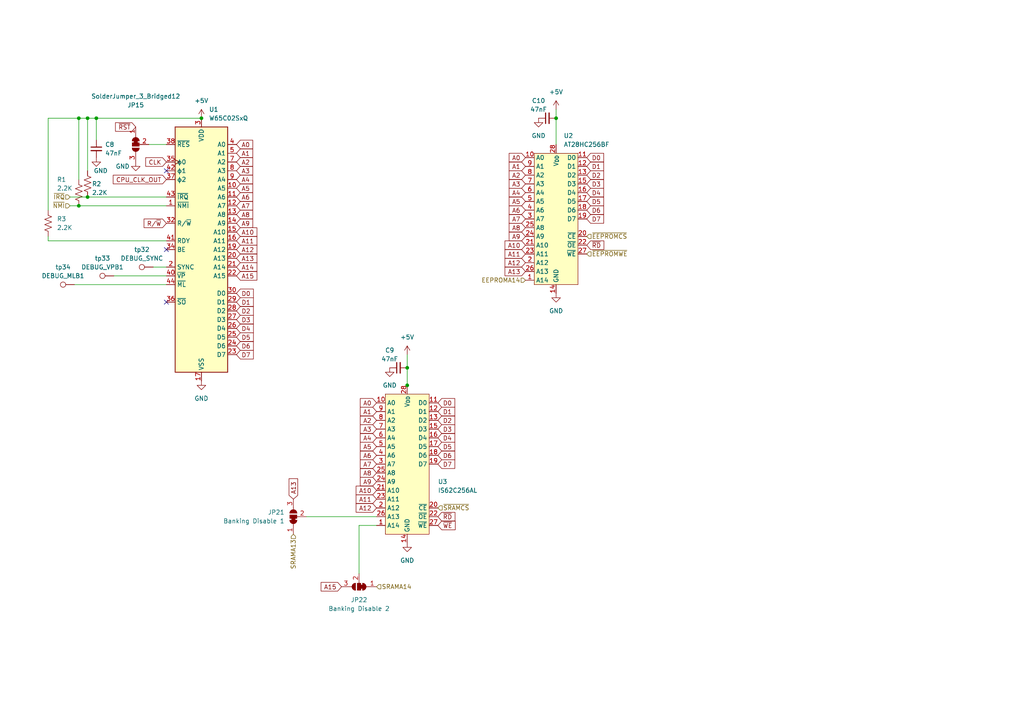
<source format=kicad_sch>
(kicad_sch (version 20230121) (generator eeschema)
  (paper "A4")
  (lib_symbols
    (symbol "Connector:TestPoint" (pin_numbers hide) (pin_names (offset 0.762) hide)
      (property "Reference" "TP" (at 0 6.858 0))
      (property "Value" "TestPoint" (at 0 5.08 0))
      (symbol "TestPoint_0_1"
        (circle (center 0 3.302) (radius 0.762))
      )
      (symbol "TestPoint_1_1"
        (pin passive line (at 0 0 90) (length 2.54) (name "1") (number "1"))
      )
    )
    (symbol "Device:C_Small" (pin_numbers hide) (pin_names (offset 0.254) hide)
      (property "Reference" "C" (at 0.254 1.778 0))
      (property "Value" "C_Small" (at 0.254 -2.032 0))
      (symbol "C_Small_0_1"
        (polyline (pts (xy -1.524 -0.508) (xy 1.524 -0.508)) (stroke (width 0.3302)))
        (polyline (pts (xy -1.524 0.508) (xy 1.524 0.508)) (stroke (width 0.3048)))
      )
      (symbol "C_Small_1_1"
        (pin passive line (at 0 2.54 270) (length 2.032) (name "~") (number "1"))
        (pin passive line (at 0 -2.54 90) (length 2.032) (name "~") (number "2"))
      )
    )
    (symbol "Device:R_US" (pin_numbers hide) (pin_names (offset 0))
      (property "Reference" "R" (at 2.54 0 90))
      (property "Value" "R_US" (at -2.54 0 90))
      (symbol "R_US_0_1"
        (polyline (pts (xy 0 -2.286) (xy 0 -2.54)))
        (polyline (pts (xy 0 2.286) (xy 0 2.54)))
        (polyline (pts (xy 0 -0.762) (xy 1.016 -1.143) (xy 0 -1.524) (xy -1.016 -1.905) (xy 0 -2.286)))
        (polyline (pts (xy 0 0.762) (xy 1.016 0.381) (xy 0 0) (xy -1.016 -0.381) (xy 0 -0.762)))
        (polyline (pts (xy 0 2.286) (xy 1.016 1.905) (xy 0 1.524) (xy -1.016 1.143) (xy 0 0.762)))
      )
      (symbol "R_US_1_1"
        (pin passive line (at 0 3.81 270) (length 1.27) (name "~") (number "1"))
        (pin passive line (at 0 -3.81 90) (length 1.27) (name "~") (number "2"))
      )
    )
    (symbol "Jumper:SolderJumper_3_Bridged12" (pin_names (offset 0) hide)
      (property "Reference" "JP" (at -2.54 -2.54 0))
      (property "Value" "SolderJumper_3_Bridged12" (at 0 2.794 0))
      (symbol "SolderJumper_3_Bridged12_0_1"
        (rectangle (start -1.016 0.508) (end -0.508 -0.508) (fill (type outline)))
        (arc (start -1.016 1.016) (mid -2.0276 0) (end -1.016 -1.016))
        (arc (start -1.016 1.016) (mid -2.0276 0) (end -1.016 -1.016) (fill (type outline)))
        (rectangle (start -0.508 1.016) (end 0.508 -1.016) (fill (type outline)))
        (polyline (pts (xy -2.54 0) (xy -2.032 0)))
        (polyline (pts (xy -1.016 1.016) (xy -1.016 -1.016)))
        (polyline (pts (xy 0 -1.27) (xy 0 -1.016)))
        (polyline (pts (xy 1.016 1.016) (xy 1.016 -1.016)))
        (polyline (pts (xy 2.54 0) (xy 2.032 0)))
        (arc (start 1.016 -1.016) (mid 2.0276 0) (end 1.016 1.016))
        (arc (start 1.016 -1.016) (mid 2.0276 0) (end 1.016 1.016) (fill (type outline)))
      )
      (symbol "SolderJumper_3_Bridged12_1_1"
        (pin passive line (at -5.08 0 0) (length 2.54) (name "A") (number "1"))
        (pin passive line (at 0 -3.81 90) (length 2.54) (name "C") (number "2"))
        (pin passive line (at 5.08 0 180) (length 2.54) (name "B") (number "3"))
      )
    )
    (symbol "New_Library:AT28HC256BF"
      (property "Reference" "U" (at 7.62 22.225 0))
      (property "Value" "AT28HC256BF" (at 8.255 19.05 0))
      (symbol "AT28HC256BF_1_1"
        (rectangle (start -6.35 16.51) (end 6.35 -21.59) (fill (type background)))
        (pin input line (at -8.89 -20.32 0) (length 2.54) (name "A14") (number "1"))
        (pin input line (at -8.89 15.24 0) (length 2.54) (name "A0") (number "10"))
        (pin bidirectional line (at 8.89 15.24 180) (length 2.54) (name "D0") (number "11"))
        (pin bidirectional line (at 8.89 12.7 180) (length 2.54) (name "D1") (number "12"))
        (pin bidirectional line (at 8.89 10.16 180) (length 2.54) (name "D2") (number "13"))
        (pin power_in line (at 0 -24.13 90) (length 2.54) (name "GND") (number "14"))
        (pin bidirectional line (at 8.89 7.62 180) (length 2.54) (name "D3") (number "15"))
        (pin bidirectional line (at 8.89 5.08 180) (length 2.54) (name "D4") (number "16"))
        (pin bidirectional line (at 8.89 2.54 180) (length 2.54) (name "D5") (number "17"))
        (pin bidirectional line (at 8.89 0 180) (length 2.54) (name "D6") (number "18"))
        (pin bidirectional line (at 8.89 -2.54 180) (length 2.54) (name "D7") (number "19"))
        (pin input line (at -8.89 -15.24 0) (length 2.54) (name "A12") (number "2"))
        (pin input line (at 8.89 -7.62 180) (length 2.54) (name "~{CE}") (number "20"))
        (pin input line (at -8.89 -10.16 0) (length 2.54) (name "A10") (number "21"))
        (pin input line (at 8.89 -10.16 180) (length 2.54) (name "~{OE}") (number "22"))
        (pin input line (at -8.89 -12.7 0) (length 2.54) (name "A11") (number "23"))
        (pin input line (at -8.89 -7.62 0) (length 2.54) (name "A9") (number "24"))
        (pin input line (at -8.89 -5.08 0) (length 2.54) (name "A8") (number "25"))
        (pin input line (at -8.89 -17.78 0) (length 2.54) (name "A13") (number "26"))
        (pin input line (at 8.89 -12.7 180) (length 2.54) (name "~{WE}") (number "27"))
        (pin power_in line (at 0 19.05 270) (length 2.54) (name "V_{DD}") (number "28"))
        (pin input line (at -8.89 -2.54 0) (length 2.54) (name "A7") (number "3"))
        (pin input line (at -8.89 0 0) (length 2.54) (name "A6") (number "4"))
        (pin input line (at -8.89 2.54 0) (length 2.54) (name "A5") (number "5"))
        (pin input line (at -8.89 5.08 0) (length 2.54) (name "A4") (number "6"))
        (pin input line (at -8.89 7.62 0) (length 2.54) (name "A3") (number "7"))
        (pin input line (at -8.89 10.16 0) (length 2.54) (name "A2") (number "8"))
        (pin input line (at -8.89 12.7 0) (length 2.54) (name "A1") (number "9"))
      )
    )
    (symbol "New_Library:IS65C256AL"
      (property "Reference" "U" (at 0 34.925 0))
      (property "Value" "IS62C256AL" (at 0 33.02 0))
      (symbol "IS65C256AL_1_1"
        (rectangle (start -6.35 20.32) (end 6.35 -20.32) (fill (type background)))
        (pin input line (at -8.89 -17.78 0) (length 2.54) (name "A14") (number "1"))
        (pin input line (at -8.89 17.78 0) (length 2.54) (name "A0") (number "10"))
        (pin bidirectional line (at 8.89 17.78 180) (length 2.54) (name "D0") (number "11"))
        (pin bidirectional line (at 8.89 15.24 180) (length 2.54) (name "D1") (number "12"))
        (pin bidirectional line (at 8.89 12.7 180) (length 2.54) (name "D2") (number "13"))
        (pin power_in line (at 0 -22.86 90) (length 2.54) (name "GND") (number "14"))
        (pin bidirectional line (at 8.89 10.16 180) (length 2.54) (name "D3") (number "15"))
        (pin bidirectional line (at 8.89 7.62 180) (length 2.54) (name "D4") (number "16"))
        (pin bidirectional line (at 8.89 5.08 180) (length 2.54) (name "D5") (number "17"))
        (pin bidirectional line (at 8.89 2.54 180) (length 2.54) (name "D6") (number "18"))
        (pin bidirectional line (at 8.89 0 180) (length 2.54) (name "D7") (number "19"))
        (pin input line (at -8.89 -12.7 0) (length 2.54) (name "A12") (number "2"))
        (pin input line (at 8.89 -12.7 180) (length 2.54) (name "~{CE}") (number "20"))
        (pin input line (at -8.89 -7.62 0) (length 2.54) (name "A10") (number "21"))
        (pin input line (at 8.89 -15.24 180) (length 2.54) (name "~{OE}") (number "22"))
        (pin input line (at -8.89 -10.16 0) (length 2.54) (name "A11") (number "23"))
        (pin input line (at -8.89 -5.08 0) (length 2.54) (name "A9") (number "24"))
        (pin input line (at -8.89 -2.54 0) (length 2.54) (name "A8") (number "25"))
        (pin input line (at -8.89 -15.24 0) (length 2.54) (name "A13") (number "26"))
        (pin input line (at 8.89 -17.78 180) (length 2.54) (name "~{WE}") (number "27"))
        (pin power_in line (at 0 22.86 270) (length 2.54) (name "V_{DD}") (number "28"))
        (pin input line (at -8.89 0 0) (length 2.54) (name "A7") (number "3"))
        (pin input line (at -8.89 2.54 0) (length 2.54) (name "A6") (number "4"))
        (pin input line (at -8.89 5.08 0) (length 2.54) (name "A5") (number "5"))
        (pin input line (at -8.89 7.62 0) (length 2.54) (name "A4") (number "6"))
        (pin input line (at -8.89 10.16 0) (length 2.54) (name "A3") (number "7"))
        (pin input line (at -8.89 12.7 0) (length 2.54) (name "A2") (number "8"))
        (pin input line (at -8.89 15.24 0) (length 2.54) (name "A1") (number "9"))
      )
    )
    (symbol "PCM_65xx-library:W65C02SxQ"
      (property "Reference" "U" (at 2.54 40.64 0))
      (property "Value" "W65C02SxQ" (at 2.54 38.1 0))
      (symbol "W65C02SxQ_0_1"
        (rectangle (start -7.62 35.56) (end 7.62 -35.56) (stroke (width 0.254)) (fill (type background)))
      )
      (symbol "W65C02SxQ_1_1"
        (pin input line (at -10.16 12.7 0) (length 2.54) (name "~{NMI}") (number "1"))
        (pin tri_state line (at 10.16 17.78 180) (length 2.54) (name "A5") (number "10"))
        (pin tri_state line (at 10.16 15.24 180) (length 2.54) (name "A6") (number "11"))
        (pin tri_state line (at 10.16 12.7 180) (length 2.54) (name "A7") (number "12"))
        (pin tri_state line (at 10.16 10.16 180) (length 2.54) (name "A8") (number "13"))
        (pin tri_state line (at 10.16 7.62 180) (length 2.54) (name "A9") (number "14"))
        (pin tri_state line (at 10.16 5.08 180) (length 2.54) (name "A10") (number "15"))
        (pin tri_state line (at 10.16 2.54 180) (length 2.54) (name "A11") (number "16"))
        (pin power_in line (at 0 -38.1 90) (length 2.54) (name "VSS") (number "17"))
        (pin passive line (at 0 -38.1 90) (length 2.54) hide (name "VSS") (number "18"))
        (pin tri_state line (at 10.16 0 180) (length 2.54) (name "A12") (number "19"))
        (pin output line (at -10.16 -5.08 0) (length 2.54) (name "SYNC") (number "2"))
        (pin tri_state line (at 10.16 -2.54 180) (length 2.54) (name "A13") (number "20"))
        (pin tri_state line (at 10.16 -5.08 180) (length 2.54) (name "A14") (number "21"))
        (pin tri_state line (at 10.16 -7.62 180) (length 2.54) (name "A15") (number "22"))
        (pin bidirectional line (at 10.16 -30.48 180) (length 2.54) (name "D7") (number "23"))
        (pin bidirectional line (at 10.16 -27.94 180) (length 2.54) (name "D6") (number "24"))
        (pin bidirectional line (at 10.16 -25.4 180) (length 2.54) (name "D5") (number "25"))
        (pin bidirectional line (at 10.16 -22.86 180) (length 2.54) (name "D4") (number "26"))
        (pin bidirectional line (at 10.16 -20.32 180) (length 2.54) (name "D3") (number "27"))
        (pin bidirectional line (at 10.16 -17.78 180) (length 2.54) (name "D2") (number "28"))
        (pin bidirectional line (at 10.16 -15.24 180) (length 2.54) (name "D1") (number "29"))
        (pin power_in line (at 0 38.1 270) (length 2.54) (name "VDD") (number "3"))
        (pin bidirectional line (at 10.16 -12.7 180) (length 2.54) (name "D0") (number "30"))
        (pin passive line (at 0 38.1 270) (length 2.54) hide (name "VDD") (number "31"))
        (pin tri_state line (at -10.16 7.62 0) (length 2.54) (name "R/~{W}") (number "32"))
        (pin no_connect non_logic (at -7.62 -27.94 0) (length 2.54) hide (name "nc") (number "33"))
        (pin input line (at -10.16 0 0) (length 2.54) (name "BE") (number "34"))
        (pin input clock (at -10.16 25.4 0) (length 2.54) (name "ϕ0") (number "35"))
        (pin input line (at -10.16 -15.24 0) (length 2.54) (name "~{SO}") (number "36"))
        (pin output line (at -10.16 20.32 0) (length 2.54) (name "ϕ2") (number "37"))
        (pin input line (at -10.16 30.48 0) (length 2.54) (name "~{RES}") (number "38"))
        (pin passive line (at 0 -38.1 90) (length 2.54) hide (name "VSS") (number "39"))
        (pin tri_state line (at 10.16 30.48 180) (length 2.54) (name "A0") (number "4"))
        (pin output line (at -10.16 -7.62 0) (length 2.54) (name "~{VP}") (number "40"))
        (pin open_collector line (at -10.16 2.54 0) (length 2.54) (name "RDY") (number "41"))
        (pin output line (at -10.16 22.86 0) (length 2.54) (name "ϕ1") (number "42"))
        (pin input line (at -10.16 15.24 0) (length 2.54) (name "~{IRQ}") (number "43"))
        (pin output line (at -10.16 -10.16 0) (length 2.54) (name "~{ML}") (number "44"))
        (pin tri_state line (at 10.16 27.94 180) (length 2.54) (name "A1") (number "5"))
        (pin no_connect non_logic (at -7.62 -25.4 0) (length 2.54) hide (name "nc") (number "6"))
        (pin tri_state line (at 10.16 25.4 180) (length 2.54) (name "A2") (number "7"))
        (pin tri_state line (at 10.16 22.86 180) (length 2.54) (name "A3") (number "8"))
        (pin tri_state line (at 10.16 20.32 180) (length 2.54) (name "A4") (number "9"))
      )
    )
    (symbol "power:+5V" (power) (pin_names (offset 0))
      (property "Value" "+5V" (at 0 3.556 0))
      (symbol "+5V_0_1"
        (polyline (pts (xy -0.762 1.27) (xy 0 2.54)))
        (polyline (pts (xy 0 0) (xy 0 2.54)))
        (polyline (pts (xy 0 2.54) (xy 0.762 1.27)))
      )
      (symbol "+5V_1_1"
        (pin power_in line (at 0 0 90) (length 0) hide (name "+5V") (number "1"))
      )
    )
    (symbol "power:GND" (power) (pin_names (offset 0))
      (property "Value" "GND" (at 0 -3.81 0))
      (symbol "GND_0_1"
        (polyline (pts (xy 0 0) (xy 0 -1.27) (xy 1.27 -1.27) (xy 0 -2.54) (xy -1.27 -1.27) (xy 0 -1.27)))
      )
      (symbol "GND_1_1"
        (pin power_in line (at 0 0 270) (length 0) hide (name "GND") (number "1"))
      )
    )
  )
  (junction (at 22.86 34.29))
  (junction (at 22.86 59.69))
  (junction (at 58.42 34.29))
  (junction (at 27.94 34.29))
  (junction (at 25.4 57.15))
  (junction (at 118.11 111.76))
  (junction (at 118.11 106.68))
  (junction (at 25.4 34.29))
  (junction (at 161.29 34.29))
  (no_connect (at 48.26 49.53))
  (no_connect (at 48.26 72.39))
  (no_connect (at 48.26 87.63))
  (wire (pts (xy 20.32 57.15) (xy 25.4 57.15)))
  (wire (pts (xy 44.45 77.47) (xy 48.26 77.47)))
  (wire (pts (xy 13.97 34.29) (xy 22.86 34.29)))
  (wire (pts (xy 21.59 82.55) (xy 48.26 82.55)))
  (wire (pts (xy 22.86 52.07) (xy 22.86 34.29)))
  (wire (pts (xy 118.11 102.87) (xy 118.11 106.68)))
  (wire (pts (xy 104.14 152.4) (xy 109.22 152.4)))
  (wire (pts (xy 161.29 34.29) (xy 161.29 41.91)))
  (wire (pts (xy 118.11 106.68) (xy 118.11 111.76)))
  (wire (pts (xy 161.29 31.75) (xy 161.29 34.29)))
  (wire (pts (xy 22.86 34.29) (xy 25.4 34.29)))
  (wire (pts (xy 22.86 59.69) (xy 48.26 59.69)))
  (wire (pts (xy 25.4 34.29) (xy 27.94 34.29)))
  (wire (pts (xy 25.4 57.15) (xy 48.26 57.15)))
  (wire (pts (xy 104.14 166.37) (xy 104.14 152.4)))
  (wire (pts (xy 13.97 69.85) (xy 13.97 68.58)))
  (wire (pts (xy 27.94 40.64) (xy 27.94 34.29)))
  (wire (pts (xy 13.97 60.96) (xy 13.97 34.29)))
  (wire (pts (xy 118.11 111.76) (xy 118.11 113.03)))
  (wire (pts (xy 25.4 34.29) (xy 25.4 49.53)))
  (wire (pts (xy 48.26 69.85) (xy 13.97 69.85)))
  (wire (pts (xy 20.32 59.69) (xy 22.86 59.69)))
  (wire (pts (xy 27.94 34.29) (xy 58.42 34.29)))
  (wire (pts (xy 88.9 149.86) (xy 109.22 149.86)))
  (wire (pts (xy 43.18 41.91) (xy 48.26 41.91)))
  (wire (pts (xy 33.02 80.01) (xy 48.26 80.01)))
  (global_label "A1" (shape input) (at 152.4 48.26 180) (property "Intersheetrefs" "${INTERSHEET_REFS}" (effects hide)))
  (global_label "~{RD}" (shape input) (at 170.18 71.12 0) (property "Intersheetrefs" "${INTERSHEET_REFS}" (effects hide)))
  (global_label "D6" (shape input) (at 127 132.08 0) (property "Intersheetrefs" "${INTERSHEET_REFS}" (effects hide)))
  (global_label "D6" (shape input) (at 170.18 60.96 0) (property "Intersheetrefs" "${INTERSHEET_REFS}" (effects hide)))
  (global_label "A6" (shape input) (at 152.4 60.96 180) (property "Intersheetrefs" "${INTERSHEET_REFS}" (effects hide)))
  (global_label "A6" (shape input) (at 68.58 57.15 0) (property "Intersheetrefs" "${INTERSHEET_REFS}" (effects hide)))
  (global_label "A13" (shape input) (at 85.09 144.78 90) (property "Intersheetrefs" "${INTERSHEET_REFS}" (effects hide)))
  (global_label "D4" (shape input) (at 170.18 55.88 0) (property "Intersheetrefs" "${INTERSHEET_REFS}" (effects hide)))
  (global_label "D5" (shape input) (at 127 129.54 0) (property "Intersheetrefs" "${INTERSHEET_REFS}" (effects hide)))
  (global_label "D5" (shape input) (at 68.58 97.79 0) (property "Intersheetrefs" "${INTERSHEET_REFS}" (effects hide)))
  (global_label "A3" (shape input) (at 68.58 49.53 0) (property "Intersheetrefs" "${INTERSHEET_REFS}" (effects hide)))
  (global_label "D2" (shape input) (at 170.18 50.8 0) (property "Intersheetrefs" "${INTERSHEET_REFS}" (effects hide)))
  (global_label "A8" (shape input) (at 109.22 137.16 180) (property "Intersheetrefs" "${INTERSHEET_REFS}" (effects hide)))
  (global_label "D6" (shape input) (at 68.58 100.33 0) (property "Intersheetrefs" "${INTERSHEET_REFS}" (effects hide)))
  (global_label "A4" (shape input) (at 109.22 127 180) (property "Intersheetrefs" "${INTERSHEET_REFS}" (effects hide)))
  (global_label "A8" (shape input) (at 152.4 66.04 180) (property "Intersheetrefs" "${INTERSHEET_REFS}" (effects hide)))
  (global_label "A10" (shape input) (at 68.58 67.31 0) (property "Intersheetrefs" "${INTERSHEET_REFS}" (effects hide)))
  (global_label "D7" (shape input) (at 170.18 63.5 0) (property "Intersheetrefs" "${INTERSHEET_REFS}" (effects hide)))
  (global_label "~{RD}" (shape input) (at 127 149.86 0) (property "Intersheetrefs" "${INTERSHEET_REFS}" (effects hide)))
  (global_label "A12" (shape input) (at 68.58 72.39 0) (property "Intersheetrefs" "${INTERSHEET_REFS}" (effects hide)))
  (global_label "A13" (shape input) (at 68.58 74.93 0) (property "Intersheetrefs" "${INTERSHEET_REFS}" (effects hide)))
  (global_label "A10" (shape input) (at 152.4 71.12 180) (property "Intersheetrefs" "${INTERSHEET_REFS}" (effects hide)))
  (global_label "D4" (shape input) (at 127 127 0) (property "Intersheetrefs" "${INTERSHEET_REFS}" (effects hide)))
  (global_label "R{slash}~{W}" (shape input) (at 48.26 64.77 180) (property "Intersheetrefs" "${INTERSHEET_REFS}" (effects hide)))
  (global_label "A5" (shape input) (at 152.4 58.42 180) (property "Intersheetrefs" "${INTERSHEET_REFS}" (effects hide)))
  (global_label "A15" (shape input) (at 99.06 170.18 180) (property "Intersheetrefs" "${INTERSHEET_REFS}" (effects hide)))
  (global_label "A14" (shape input) (at 68.58 77.47 0) (property "Intersheetrefs" "${INTERSHEET_REFS}" (effects hide)))
  (global_label "CLK" (shape input) (at 48.26 46.99 180) (property "Intersheetrefs" "${INTERSHEET_REFS}" (effects hide)))
  (global_label "A9" (shape input) (at 152.4 68.58 180) (property "Intersheetrefs" "${INTERSHEET_REFS}" (effects hide)))
  (global_label "A0" (shape input) (at 152.4 45.72 180) (property "Intersheetrefs" "${INTERSHEET_REFS}" (effects hide)))
  (global_label "A5" (shape input) (at 109.22 129.54 180) (property "Intersheetrefs" "${INTERSHEET_REFS}" (effects hide)))
  (global_label "A12" (shape input) (at 109.22 147.32 180) (property "Intersheetrefs" "${INTERSHEET_REFS}" (effects hide)))
  (global_label "D2" (shape input) (at 127 121.92 0) (property "Intersheetrefs" "${INTERSHEET_REFS}" (effects hide)))
  (global_label "D0" (shape input) (at 127 116.84 0) (property "Intersheetrefs" "${INTERSHEET_REFS}" (effects hide)))
  (global_label "D7" (shape input) (at 68.58 102.87 0) (property "Intersheetrefs" "${INTERSHEET_REFS}" (effects hide)))
  (global_label "D1" (shape input) (at 170.18 48.26 0) (property "Intersheetrefs" "${INTERSHEET_REFS}" (effects hide)))
  (global_label "D4" (shape input) (at 68.58 95.25 0) (property "Intersheetrefs" "${INTERSHEET_REFS}" (effects hide)))
  (global_label "A5" (shape input) (at 68.58 54.61 0) (property "Intersheetrefs" "${INTERSHEET_REFS}" (effects hide)))
  (global_label "A9" (shape input) (at 109.22 139.7 180) (property "Intersheetrefs" "${INTERSHEET_REFS}" (effects hide)))
  (global_label "A0" (shape input) (at 68.58 41.91 0) (property "Intersheetrefs" "${INTERSHEET_REFS}" (effects hide)))
  (global_label "CPU_CLK_OUT" (shape input) (at 48.26 52.07 180) (property "Intersheetrefs" "${INTERSHEET_REFS}" (effects hide)))
  (global_label "A4" (shape input) (at 152.4 55.88 180) (property "Intersheetrefs" "${INTERSHEET_REFS}" (effects hide)))
  (global_label "A13" (shape input) (at 152.4 78.74 180) (property "Intersheetrefs" "${INTERSHEET_REFS}" (effects hide)))
  (global_label "D5" (shape input) (at 170.18 58.42 0) (property "Intersheetrefs" "${INTERSHEET_REFS}" (effects hide)))
  (global_label "A15" (shape input) (at 68.58 80.01 0) (property "Intersheetrefs" "${INTERSHEET_REFS}" (effects hide)))
  (global_label "A1" (shape input) (at 68.58 44.45 0) (property "Intersheetrefs" "${INTERSHEET_REFS}" (effects hide)))
  (global_label "D2" (shape input) (at 68.58 90.17 0) (property "Intersheetrefs" "${INTERSHEET_REFS}" (effects hide)))
  (global_label "D1" (shape input) (at 68.58 87.63 0) (property "Intersheetrefs" "${INTERSHEET_REFS}" (effects hide)))
  (global_label "A10" (shape input) (at 109.22 142.24 180) (property "Intersheetrefs" "${INTERSHEET_REFS}" (effects hide)))
  (global_label "A2" (shape input) (at 152.4 50.8 180) (property "Intersheetrefs" "${INTERSHEET_REFS}" (effects hide)))
  (global_label "A7" (shape input) (at 109.22 134.62 180) (property "Intersheetrefs" "${INTERSHEET_REFS}" (effects hide)))
  (global_label "A7" (shape input) (at 68.58 59.69 0) (property "Intersheetrefs" "${INTERSHEET_REFS}" (effects hide)))
  (global_label "D3" (shape input) (at 127 124.46 0) (property "Intersheetrefs" "${INTERSHEET_REFS}" (effects hide)))
  (global_label "D3" (shape input) (at 68.58 92.71 0) (property "Intersheetrefs" "${INTERSHEET_REFS}" (effects hide)))
  (global_label "A7" (shape input) (at 152.4 63.5 180) (property "Intersheetrefs" "${INTERSHEET_REFS}" (effects hide)))
  (global_label "A1" (shape input) (at 109.22 119.38 180) (property "Intersheetrefs" "${INTERSHEET_REFS}" (effects hide)))
  (global_label "A11" (shape input) (at 152.4 73.66 180) (property "Intersheetrefs" "${INTERSHEET_REFS}" (effects hide)))
  (global_label "A12" (shape input) (at 152.4 76.2 180) (property "Intersheetrefs" "${INTERSHEET_REFS}" (effects hide)))
  (global_label "D0" (shape input) (at 68.58 85.09 0) (property "Intersheetrefs" "${INTERSHEET_REFS}" (effects hide)))
  (global_label "A11" (shape input) (at 109.22 144.78 180) (property "Intersheetrefs" "${INTERSHEET_REFS}" (effects hide)))
  (global_label "A4" (shape input) (at 68.58 52.07 0) (property "Intersheetrefs" "${INTERSHEET_REFS}" (effects hide)))
  (global_label "A3" (shape input) (at 109.22 124.46 180) (property "Intersheetrefs" "${INTERSHEET_REFS}" (effects hide)))
  (global_label "A9" (shape input) (at 68.58 64.77 0) (property "Intersheetrefs" "${INTERSHEET_REFS}" (effects hide)))
  (global_label "A3" (shape input) (at 152.4 53.34 180) (property "Intersheetrefs" "${INTERSHEET_REFS}" (effects hide)))
  (global_label "A11" (shape input) (at 68.58 69.85 0) (property "Intersheetrefs" "${INTERSHEET_REFS}" (effects hide)))
  (global_label "~{RST}" (shape input) (at 39.37 36.83 180) (property "Intersheetrefs" "${INTERSHEET_REFS}" (effects hide)))
  (global_label "D1" (shape input) (at 127 119.38 0) (property "Intersheetrefs" "${INTERSHEET_REFS}" (effects hide)))
  (global_label "~{WE}" (shape input) (at 127 152.4 0) (property "Intersheetrefs" "${INTERSHEET_REFS}" (effects hide)))
  (global_label "A2" (shape input) (at 109.22 121.92 180) (property "Intersheetrefs" "${INTERSHEET_REFS}" (effects hide)))
  (global_label "D3" (shape input) (at 170.18 53.34 0) (property "Intersheetrefs" "${INTERSHEET_REFS}" (effects hide)))
  (global_label "A6" (shape input) (at 109.22 132.08 180) (property "Intersheetrefs" "${INTERSHEET_REFS}" (effects hide)))
  (global_label "A8" (shape input) (at 68.58 62.23 0) (property "Intersheetrefs" "${INTERSHEET_REFS}" (effects hide)))
  (global_label "A2" (shape input) (at 68.58 46.99 0) (property "Intersheetrefs" "${INTERSHEET_REFS}" (effects hide)))
  (global_label "A0" (shape input) (at 109.22 116.84 180) (property "Intersheetrefs" "${INTERSHEET_REFS}" (effects hide)))
  (global_label "D7" (shape input) (at 127 134.62 0) (property "Intersheetrefs" "${INTERSHEET_REFS}" (effects hide)))
  (global_label "D0" (shape input) (at 170.18 45.72 0) (property "Intersheetrefs" "${INTERSHEET_REFS}" (effects hide)))
  (hierarchical_label "~{SRAMCS}" (shape input) (at 127 147.32 0))
  (hierarchical_label "~{IRQ}" (shape input) (at 20.32 57.15 180))
  (hierarchical_label "EEPROMA14" (shape input) (at 152.4 81.28 180))
  (hierarchical_label "SRAMA14" (shape input) (at 109.22 170.18 0))
  (hierarchical_label "~{NMI}" (shape input) (at 20.32 59.69 180))
  (hierarchical_label "~{EEPROMCS}" (shape input) (at 170.18 68.58 0))
  (hierarchical_label "~{EEPROMWE}" (shape input) (at 170.18 73.66 0))
  (hierarchical_label "SRAMA13" (shape input) (at 85.09 154.94 270))
  (symbol (lib_id "Device:R_US") (at 25.4 53.34 0) (unit 1)
    (property "Reference" "R2" (at 26.67 53.34 0) (effects (justify left)))
    (property "Value" "2.2K" (at 26.67 55.88 0) (effects (justify left)))
    (property "Footprint" "Resistor_SMD:R_0603_1608Metric_Pad0.98x0.95mm_HandSolder" (effects hide))
  )
  (symbol (lib_id "power:+5V") (at 118.11 102.87 0) (unit 1)
    (property "Reference" "#PWR03" (effects hide))
    (property "Value" "+5V" (at 118.11 97.79 0))
  )
  (symbol (lib_id "power:GND") (at 39.37 46.99 0) (unit 1)
    (property "Reference" "#PWR0201" (effects hide))
    (property "Value" "GND" (at 35.56 48.26 0))
  )
  (symbol (lib_id "Device:C_Small") (at 115.57 106.68 90) (unit 1)
    (property "Reference" "C9" (at 113.03 101.6 90))
    (property "Value" "47nF" (at 113.03 104.14 90))
    (property "Footprint" "Capacitor_SMD:C_0603_1608Metric_Pad1.08x0.95mm_HandSolder" (effects hide))
  )
  (symbol (lib_id "Device:R_US") (at 22.86 55.88 0) (unit 1)
    (property "Reference" "R1" (at 16.51 52.07 0) (effects (justify left)))
    (property "Value" "2.2K" (at 16.51 54.61 0) (effects (justify left)))
    (property "Footprint" "Resistor_SMD:R_0603_1608Metric_Pad0.98x0.95mm_HandSolder" (effects hide))
  )
  (symbol (lib_id "power:+5V") (at 161.29 31.75 0) (unit 1)
    (property "Reference" "#PWR06" (effects hide))
    (property "Value" "+5V" (at 161.29 26.67 0))
  )
  (symbol (lib_id "New_Library:AT28HC256BF") (at 161.29 60.96 0) (unit 1)
    (property "Reference" "U2" (at 163.4841 39.37 0) (effects (justify left)))
    (property "Value" "AT28HC256BF" (at 163.4841 41.91 0) (effects (justify left)))
    (property "Footprint" "Package_SO:SOIC-28W_7.5x17.9mm_P1.27mm" (effects hide))
    (property "Datasheet" "https://www.mouser.com/datasheet/2/268/doc3648-1115086.pdf" (effects hide))
  )
  (symbol (lib_id "PCM_65xx-library:W65C02SxQ") (at 58.42 72.39 0) (unit 1)
    (property "Reference" "U1" (at 60.6141 31.75 0) (effects (justify left)))
    (property "Value" "W65C02SxQ" (at 60.6141 34.29 0) (effects (justify left)))
    (property "Footprint" "Package_QFP:MQFP-44_10x10mm_P0.8mm" (effects hide))
    (property "Datasheet" "http://www.westerndesigncenter.com/wdc/documentation/w65c02s.pdf" (effects hide))
  )
  (symbol (lib_id "Device:R_US") (at 13.97 64.77 0) (unit 1)
    (property "Reference" "R3" (at 16.51 63.5 0) (effects (justify left)))
    (property "Value" "2.2K" (at 16.51 66.04 0) (effects (justify left)))
    (property "Footprint" "Resistor_SMD:R_0603_1608Metric_Pad0.98x0.95mm_HandSolder" (effects hide))
  )
  (symbol (lib_id "Device:C_Small") (at 27.94 43.18 0) (unit 1)
    (property "Reference" "C8" (at 30.48 41.9163 0) (effects (justify left)))
    (property "Value" "47nF" (at 30.48 44.4563 0) (effects (justify left)))
    (property "Footprint" "Capacitor_SMD:C_0603_1608Metric_Pad1.08x0.95mm_HandSolder" (effects hide))
  )
  (symbol (lib_id "Connector:TestPoint") (at 33.02 80.01 90) (unit 1)
    (property "Reference" "tp33" (at 29.718 74.93 90))
    (property "Value" "DEBUG_VPB1" (at 29.718 77.47 90))
    (property "Footprint" "TestPoint:TestPoint_Pad_D2.0mm" (effects hide))
  )
  (symbol (lib_id "power:GND") (at 161.29 85.09 0) (unit 1)
    (property "Reference" "#PWR04" (effects hide))
    (property "Value" "GND" (at 161.29 90.17 0))
  )
  (symbol (lib_id "Device:C_Small") (at 158.75 34.29 90) (unit 1)
    (property "Reference" "C10" (at 156.21 29.21 90))
    (property "Value" "47nF" (at 156.21 31.75 90))
    (property "Footprint" "Capacitor_SMD:C_0603_1608Metric_Pad1.08x0.95mm_HandSolder" (effects hide))
  )
  (symbol (lib_id "power:GND") (at 118.11 157.48 0) (unit 1)
    (property "Reference" "#PWR05" (effects hide))
    (property "Value" "GND" (at 118.11 162.56 0))
  )
  (symbol (lib_id "Jumper:SolderJumper_3_Bridged12") (at 104.14 170.18 180) (unit 1)
    (property "Reference" "JP22" (at 104.14 173.99 0))
    (property "Value" "Banking Disable 2" (at 104.14 176.53 0))
    (property "Footprint" "Jumper:SolderJumper-3_P1.3mm_Bridged12_RoundedPad1.0x1.5mm_NumberLabels" (effects hide))
  )
  (symbol (lib_id "Jumper:SolderJumper_3_Bridged12") (at 39.37 41.91 90) (mirror x) (unit 1)
    (property "Reference" "JP15" (at 39.37 30.48 90))
    (property "Value" "SolderJumper_3_Bridged12" (at 39.37 27.94 90))
    (property "Footprint" "Jumper:SolderJumper-3_P1.3mm_Bridged12_RoundedPad1.0x1.5mm_NumberLabels" (effects hide))
  )
  (symbol (lib_id "power:GND") (at 27.94 45.72 0) (unit 1)
    (property "Reference" "#PWR0127" (effects hide))
    (property "Value" "GND" (at 29.21 49.53 0))
  )
  (symbol (lib_id "power:GND") (at 113.03 106.68 0) (unit 1)
    (property "Reference" "#PWR0128" (effects hide))
    (property "Value" "GND" (at 113.03 111.76 0))
  )
  (symbol (lib_id "power:GND") (at 156.21 34.29 0) (unit 1)
    (property "Reference" "#PWR0129" (effects hide))
    (property "Value" "GND" (at 156.21 39.37 0))
  )
  (symbol (lib_id "power:GND") (at 58.42 110.49 0) (unit 1)
    (property "Reference" "#PWR01" (effects hide))
    (property "Value" "GND" (at 58.42 115.57 0))
  )
  (symbol (lib_id "Jumper:SolderJumper_3_Bridged12") (at 85.09 149.86 90) (unit 1)
    (property "Reference" "JP21" (at 82.55 148.59 90) (effects (justify left)))
    (property "Value" "Banking Disable 1" (at 82.55 151.13 90) (effects (justify left)))
    (property "Footprint" "Jumper:SolderJumper-3_P1.3mm_Bridged12_RoundedPad1.0x1.5mm_NumberLabels" (effects hide))
  )
  (symbol (lib_id "Connector:TestPoint") (at 44.45 77.47 90) (unit 1)
    (property "Reference" "tp32" (at 41.148 72.39 90))
    (property "Value" "DEBUG_SYNC" (at 41.148 74.93 90))
    (property "Footprint" "TestPoint:TestPoint_Pad_D2.0mm" (effects hide))
  )
  (symbol (lib_id "New_Library:IS65C256AL") (at 118.11 134.62 0) (unit 1)
    (property "Reference" "U3" (at 127 139.7 0) (effects (justify left)))
    (property "Value" "IS62C256AL" (at 127 142.24 0) (effects (justify left)))
    (property "Footprint" "Package_SO:SOIC-28W_7.5x17.9mm_P1.27mm" (effects hide))
    (property "Datasheet" "https://www.mouser.com/datasheet/2/198/62-65C256AL-258444.pdf" (effects hide))
  )
  (symbol (lib_id "Connector:TestPoint") (at 21.59 82.55 90) (unit 1)
    (property "Reference" "tp34" (at 18.288 77.47 90))
    (property "Value" "DEBUG_MLB1" (at 18.288 80.01 90))
    (property "Footprint" "TestPoint:TestPoint_Pad_D2.0mm" (effects hide))
  )
  (symbol (lib_id "power:+5V") (at 58.42 34.29 0) (unit 1)
    (property "Reference" "#PWR02" (effects hide))
    (property "Value" "+5V" (at 58.42 29.21 0))
  )
)
</source>
